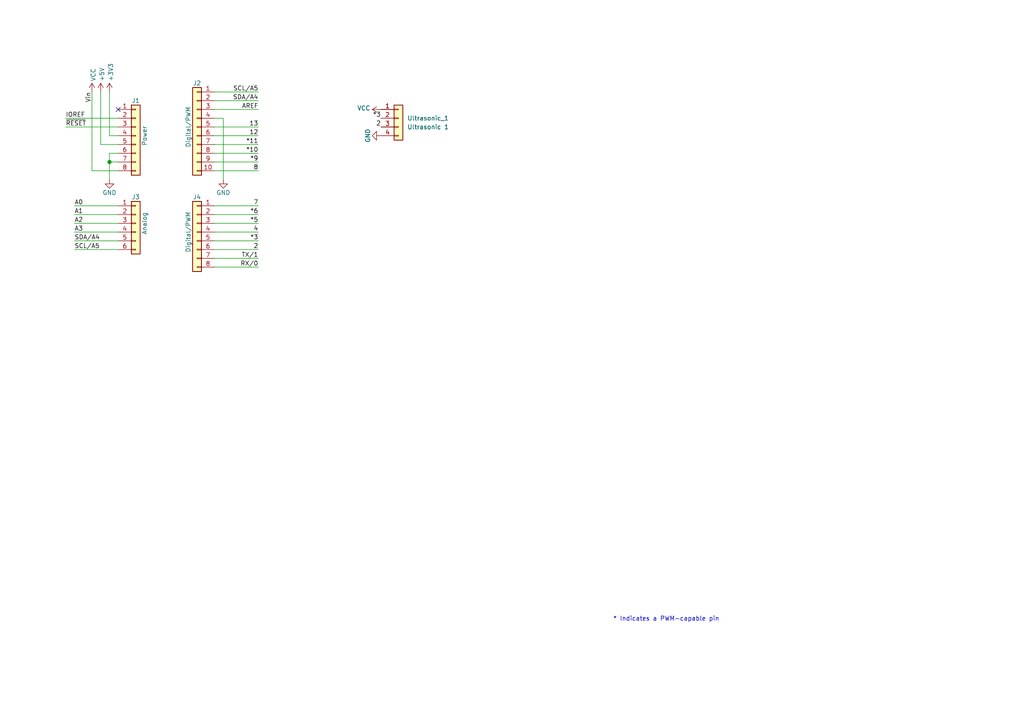
<source format=kicad_sch>
(kicad_sch (version 20231120) (generator "eeschema") (generator_version "8.0")
  (paper "A4")
  (title_block (date "mar. 31 mars 2015"))
  (lib_symbols
    (symbol "Connector_Generic:Conn_01x04" (pin_names (offset 1.016) hide)
      (property "Reference" "J" (at 0 5.08 0))
      (property "Value" "Conn_01x04" (at 0 -7.62 0))
      (symbol "Conn_01x04_1_1"
        (rectangle (start -1.27 -4.953) (end 0 -5.207) (stroke (width 0.1524)))
        (rectangle (start -1.27 -2.413) (end 0 -2.667) (stroke (width 0.1524)))
        (rectangle (start -1.27 0.127) (end 0 -0.127) (stroke (width 0.1524)))
        (rectangle (start -1.27 2.667) (end 0 2.413) (stroke (width 0.1524)))
        (rectangle (start -1.27 3.81) (end 1.27 -6.35) (stroke (width 0.254)) (fill (type background)))
        (pin passive line (at -5.08 2.54 0) (length 3.81) (name "Pin_1") (number "1"))
        (pin passive line (at -5.08 0 0) (length 3.81) (name "Pin_2") (number "2"))
        (pin passive line (at -5.08 -2.54 0) (length 3.81) (name "Pin_3") (number "3"))
        (pin passive line (at -5.08 -5.08 0) (length 3.81) (name "Pin_4") (number "4"))
      )
    )
    (symbol "Connector_Generic:Conn_01x06" (pin_names (offset 1.016) hide)
      (property "Reference" "J" (at 0 7.62 0))
      (property "Value" "Conn_01x06" (at 0 -10.16 0))
      (symbol "Conn_01x06_1_1"
        (rectangle (start -1.27 -7.493) (end 0 -7.747) (stroke (width 0.1524)))
        (rectangle (start -1.27 -4.953) (end 0 -5.207) (stroke (width 0.1524)))
        (rectangle (start -1.27 -2.413) (end 0 -2.667) (stroke (width 0.1524)))
        (rectangle (start -1.27 0.127) (end 0 -0.127) (stroke (width 0.1524)))
        (rectangle (start -1.27 2.667) (end 0 2.413) (stroke (width 0.1524)))
        (rectangle (start -1.27 5.207) (end 0 4.953) (stroke (width 0.1524)))
        (rectangle (start -1.27 6.35) (end 1.27 -8.89) (stroke (width 0.254)) (fill (type background)))
        (pin passive line (at -5.08 5.08 0) (length 3.81) (name "Pin_1") (number "1"))
        (pin passive line (at -5.08 2.54 0) (length 3.81) (name "Pin_2") (number "2"))
        (pin passive line (at -5.08 0 0) (length 3.81) (name "Pin_3") (number "3"))
        (pin passive line (at -5.08 -2.54 0) (length 3.81) (name "Pin_4") (number "4"))
        (pin passive line (at -5.08 -5.08 0) (length 3.81) (name "Pin_5") (number "5"))
        (pin passive line (at -5.08 -7.62 0) (length 3.81) (name "Pin_6") (number "6"))
      )
    )
    (symbol "Connector_Generic:Conn_01x08" (pin_names (offset 1.016) hide)
      (property "Reference" "J" (at 0 10.16 0))
      (property "Value" "Conn_01x08" (at 0 -12.7 0))
      (symbol "Conn_01x08_1_1"
        (rectangle (start -1.27 -10.033) (end 0 -10.287) (stroke (width 0.1524)))
        (rectangle (start -1.27 -7.493) (end 0 -7.747) (stroke (width 0.1524)))
        (rectangle (start -1.27 -4.953) (end 0 -5.207) (stroke (width 0.1524)))
        (rectangle (start -1.27 -2.413) (end 0 -2.667) (stroke (width 0.1524)))
        (rectangle (start -1.27 0.127) (end 0 -0.127) (stroke (width 0.1524)))
        (rectangle (start -1.27 2.667) (end 0 2.413) (stroke (width 0.1524)))
        (rectangle (start -1.27 5.207) (end 0 4.953) (stroke (width 0.1524)))
        (rectangle (start -1.27 7.747) (end 0 7.493) (stroke (width 0.1524)))
        (rectangle (start -1.27 8.89) (end 1.27 -11.43) (stroke (width 0.254)) (fill (type background)))
        (pin passive line (at -5.08 7.62 0) (length 3.81) (name "Pin_1") (number "1"))
        (pin passive line (at -5.08 5.08 0) (length 3.81) (name "Pin_2") (number "2"))
        (pin passive line (at -5.08 2.54 0) (length 3.81) (name "Pin_3") (number "3"))
        (pin passive line (at -5.08 0 0) (length 3.81) (name "Pin_4") (number "4"))
        (pin passive line (at -5.08 -2.54 0) (length 3.81) (name "Pin_5") (number "5"))
        (pin passive line (at -5.08 -5.08 0) (length 3.81) (name "Pin_6") (number "6"))
        (pin passive line (at -5.08 -7.62 0) (length 3.81) (name "Pin_7") (number "7"))
        (pin passive line (at -5.08 -10.16 0) (length 3.81) (name "Pin_8") (number "8"))
      )
    )
    (symbol "Connector_Generic:Conn_01x10" (pin_names (offset 1.016) hide)
      (property "Reference" "J" (at 0 12.7 0))
      (property "Value" "Conn_01x10" (at 0 -15.24 0))
      (symbol "Conn_01x10_1_1"
        (rectangle (start -1.27 -12.573) (end 0 -12.827) (stroke (width 0.1524)))
        (rectangle (start -1.27 -10.033) (end 0 -10.287) (stroke (width 0.1524)))
        (rectangle (start -1.27 -7.493) (end 0 -7.747) (stroke (width 0.1524)))
        (rectangle (start -1.27 -4.953) (end 0 -5.207) (stroke (width 0.1524)))
        (rectangle (start -1.27 -2.413) (end 0 -2.667) (stroke (width 0.1524)))
        (rectangle (start -1.27 0.127) (end 0 -0.127) (stroke (width 0.1524)))
        (rectangle (start -1.27 2.667) (end 0 2.413) (stroke (width 0.1524)))
        (rectangle (start -1.27 5.207) (end 0 4.953) (stroke (width 0.1524)))
        (rectangle (start -1.27 7.747) (end 0 7.493) (stroke (width 0.1524)))
        (rectangle (start -1.27 10.287) (end 0 10.033) (stroke (width 0.1524)))
        (rectangle (start -1.27 11.43) (end 1.27 -13.97) (stroke (width 0.254)) (fill (type background)))
        (pin passive line (at -5.08 10.16 0) (length 3.81) (name "Pin_1") (number "1"))
        (pin passive line (at -5.08 -12.7 0) (length 3.81) (name "Pin_10") (number "10"))
        (pin passive line (at -5.08 7.62 0) (length 3.81) (name "Pin_2") (number "2"))
        (pin passive line (at -5.08 5.08 0) (length 3.81) (name "Pin_3") (number "3"))
        (pin passive line (at -5.08 2.54 0) (length 3.81) (name "Pin_4") (number "4"))
        (pin passive line (at -5.08 0 0) (length 3.81) (name "Pin_5") (number "5"))
        (pin passive line (at -5.08 -2.54 0) (length 3.81) (name "Pin_6") (number "6"))
        (pin passive line (at -5.08 -5.08 0) (length 3.81) (name "Pin_7") (number "7"))
        (pin passive line (at -5.08 -7.62 0) (length 3.81) (name "Pin_8") (number "8"))
        (pin passive line (at -5.08 -10.16 0) (length 3.81) (name "Pin_9") (number "9"))
      )
    )
    (symbol "power:+3V3" (power) (pin_names (offset 0))
      (property "Value" "+3V3" (at 0 3.556 0))
      (symbol "+3V3_0_1"
        (polyline (pts (xy -0.762 1.27) (xy 0 2.54)))
        (polyline (pts (xy 0 0) (xy 0 2.54)))
        (polyline (pts (xy 0 2.54) (xy 0.762 1.27)))
      )
      (symbol "+3V3_1_1"
        (pin power_in line (at 0 0 90) (length 0) hide (name "+3V3") (number "1"))
      )
    )
    (symbol "power:+5V" (power) (pin_names (offset 0))
      (property "Value" "+5V" (at 0 3.556 0))
      (symbol "+5V_0_1"
        (polyline (pts (xy -0.762 1.27) (xy 0 2.54)))
        (polyline (pts (xy 0 0) (xy 0 2.54)))
        (polyline (pts (xy 0 2.54) (xy 0.762 1.27)))
      )
      (symbol "+5V_1_1"
        (pin power_in line (at 0 0 90) (length 0) hide (name "+5V") (number "1"))
      )
    )
    (symbol "power:GND" (power) (pin_names (offset 0))
      (property "Value" "GND" (at 0 -3.81 0))
      (symbol "GND_0_1"
        (polyline (pts (xy 0 0) (xy 0 -1.27) (xy 1.27 -1.27) (xy 0 -2.54) (xy -1.27 -1.27) (xy 0 -1.27)))
      )
      (symbol "GND_1_1"
        (pin power_in line (at 0 0 270) (length 0) hide (name "GND") (number "1"))
      )
    )
    (symbol "power:VCC" (power) (pin_names (offset 0))
      (property "Value" "VCC" (at 0 3.81 0))
      (symbol "VCC_0_1"
        (polyline (pts (xy -0.762 1.27) (xy 0 2.54)))
        (polyline (pts (xy 0 0) (xy 0 2.54)))
        (polyline (pts (xy 0 2.54) (xy 0.762 1.27)))
      )
      (symbol "VCC_1_1"
        (pin power_in line (at 0 0 90) (length 0) hide (name "VCC") (number "1"))
      )
    )
  )
  (junction (at 31.75 46.99) (diameter 1.016))
  (no_connect (at 34.29 31.75))
  (wire (pts (xy 62.23 77.47) (xy 74.93 77.47)))
  (wire (pts (xy 62.23 44.45) (xy 74.93 44.45)))
  (wire (pts (xy 62.23 26.67) (xy 74.93 26.67)))
  (wire (pts (xy 31.75 44.45) (xy 31.75 46.99)))
  (wire (pts (xy 21.59 72.39) (xy 34.29 72.39)))
  (wire (pts (xy 31.75 46.99) (xy 31.75 52.07)))
  (wire (pts (xy 31.75 39.37) (xy 34.29 39.37)))
  (wire (pts (xy 29.21 41.91) (xy 34.29 41.91)))
  (wire (pts (xy 29.21 26.67) (xy 29.21 41.91)))
  (wire (pts (xy 62.23 36.83) (xy 74.93 36.83)))
  (wire (pts (xy 31.75 26.67) (xy 31.75 39.37)))
  (wire (pts (xy 62.23 59.69) (xy 74.93 59.69)))
  (wire (pts (xy 34.29 59.69) (xy 21.59 59.69)))
  (wire (pts (xy 62.23 39.37) (xy 74.93 39.37)))
  (wire (pts (xy 62.23 62.23) (xy 74.93 62.23)))
  (wire (pts (xy 62.23 46.99) (xy 74.93 46.99)))
  (wire (pts (xy 62.23 67.31) (xy 74.93 67.31)))
  (wire (pts (xy 19.05 34.29) (xy 34.29 34.29)))
  (wire (pts (xy 64.77 34.29) (xy 64.77 52.07)))
  (wire (pts (xy 62.23 31.75) (xy 74.93 31.75)))
  (wire (pts (xy 34.29 64.77) (xy 21.59 64.77)))
  (wire (pts (xy 19.05 36.83) (xy 34.29 36.83)))
  (wire (pts (xy 34.29 46.99) (xy 31.75 46.99)))
  (wire (pts (xy 34.29 49.53) (xy 26.67 49.53)))
  (wire (pts (xy 21.59 62.23) (xy 34.29 62.23)))
  (wire (pts (xy 62.23 34.29) (xy 64.77 34.29)))
  (wire (pts (xy 34.29 44.45) (xy 31.75 44.45)))
  (wire (pts (xy 62.23 41.91) (xy 74.93 41.91)))
  (wire (pts (xy 62.23 64.77) (xy 74.93 64.77)))
  (wire (pts (xy 21.59 67.31) (xy 34.29 67.31)))
  (wire (pts (xy 62.23 29.21) (xy 74.93 29.21)))
  (wire (pts (xy 62.23 72.39) (xy 74.93 72.39)))
  (wire (pts (xy 62.23 69.85) (xy 74.93 69.85)))
  (wire (pts (xy 62.23 74.93) (xy 74.93 74.93)))
  (wire (pts (xy 26.67 49.53) (xy 26.67 26.67)))
  (wire (pts (xy 34.29 69.85) (xy 21.59 69.85)))
  (wire (pts (xy 62.23 49.53) (xy 74.93 49.53)))
  (text "* Indicates a PWM-capable pin" (at 177.8 180.34 0) (effects (font (size 1.27 1.27)) (justify left bottom)))
  (label "RX{slash}0" (at 74.93 77.47 180))
  (label "A2" (at 21.59 64.77 0))
  (label "4" (at 74.93 67.31 180))
  (label "2" (at 74.93 72.39 180))
  (label "A3" (at 21.59 67.31 0))
  (label "13" (at 74.93 36.83 180))
  (label "12" (at 74.93 39.37 180))
  (label "~{RESET}" (at 19.05 36.83 0))
  (label "*10" (at 74.93 44.45 180))
  (label "*3" (at 110.49 34.29 180))
  (label "2" (at 110.49 36.83 180))
  (label "7" (at 74.93 59.69 180))
  (label "SDA{slash}A4" (at 74.93 29.21 180))
  (label "8" (at 74.93 49.53 180))
  (label "*11" (at 74.93 41.91 180))
  (label "*3" (at 74.93 69.85 180))
  (label "A1" (at 21.59 62.23 0))
  (label "TX{slash}1" (at 74.93 74.93 180))
  (label "A0" (at 21.59 59.69 0))
  (label "AREF" (at 74.93 31.75 180))
  (label "Vin" (at 26.67 26.67 270))
  (label "*6" (at 74.93 62.23 180))
  (label "SCL{slash}A5" (at 74.93 26.67 180))
  (label "*9" (at 74.93 46.99 180))
  (label "*5" (at 74.93 64.77 180))
  (label "IOREF" (at 19.05 34.29 0))
  (label "SDA{slash}A4" (at 21.59 69.85 0))
  (label "SCL{slash}A5" (at 21.59 72.39 0))
  (symbol (lib_id "Connector_Generic:Conn_01x08") (at 39.37 39.37 0) (unit 1)
    (property "Reference" "J1" (at 39.37 29.21 0))
    (property "Value" "Power" (at 41.91 39.37 90))
    (property "Footprint" "Connector_PinSocket_2.54mm:PinSocket_1x08_P2.54mm_Vertical" (effects (hide yes)))
  )
  (symbol (lib_id "power:+3V3") (at 31.75 26.67 0) (unit 1)
    (property "Reference" "#PWR03" (effects (hide yes)))
    (property "Value" "+3V3" (at 32.131 23.622 90) (effects (justify left)))
  )
  (symbol (lib_id "power:+5V") (at 29.21 26.67 0) (unit 1)
    (property "Reference" "#PWR02" (effects (hide yes)))
    (property "Value" "+5V" (at 29.5656 23.622 90) (effects (justify left)))
  )
  (symbol (lib_id "power:GND") (at 31.75 52.07 0) (unit 1)
    (property "Reference" "#PWR04" (effects (hide yes)))
    (property "Value" "GND" (at 31.75 55.88 0))
  )
  (symbol (lib_id "Connector_Generic:Conn_01x10") (at 57.15 36.83 0) (mirror y) (unit 1)
    (property "Reference" "J2" (at 57.15 24.13 0))
    (property "Value" "Digital/PWM" (at 54.61 36.83 90))
    (property "Footprint" "Connector_PinSocket_2.54mm:PinSocket_1x10_P2.54mm_Vertical" (effects (hide yes)))
  )
  (symbol (lib_id "power:GND") (at 64.77 52.07 0) (unit 1)
    (property "Reference" "#PWR05" (effects (hide yes)))
    (property "Value" "GND" (at 64.77 55.88 0))
  )
  (symbol (lib_id "Connector_Generic:Conn_01x06") (at 39.37 64.77 0) (unit 1)
    (property "Reference" "J3" (at 39.37 57.15 0))
    (property "Value" "Analog" (at 41.91 64.77 90))
    (property "Footprint" "Connector_PinSocket_2.54mm:PinSocket_1x06_P2.54mm_Vertical" (effects (hide yes)))
  )
  (symbol (lib_id "Connector_Generic:Conn_01x08") (at 57.15 67.31 0) (mirror y) (unit 1)
    (property "Reference" "J4" (at 57.15 57.15 0))
    (property "Value" "Digital/PWM" (at 54.61 67.31 90))
    (property "Footprint" "Connector_PinSocket_2.54mm:PinSocket_1x08_P2.54mm_Vertical" (effects (hide yes)))
  )
  (symbol (lib_id "power:VCC") (at 110.49 31.75 90) (unit 1)
    (property "Reference" "#PWR06" (effects (hide yes)))
    (property "Value" "VCC" (at 107.442 31.369 90) (effects (justify left)))
  )
  (symbol (lib_id "Connector_Generic:Conn_01x04") (at 115.57 34.29 0) (unit 1)
    (property "Reference" "Ultrasonic_1" (at 118.11 34.2899 0) (effects (justify left)))
    (property "Value" "Ultrasonic 1" (at 118.11 36.8299 0) (effects (justify left)))
    (property "Footprint" "Connector_JST:JST_XH_B4B-XH-A_1x04_P2.50mm_Vertical" (effects (hide yes)))
    (property "Description" "Generic connector, single row, 01x04, script generated (kicad-library-utils/schlib/autogen/connector/)" (effects (hide yes)))
  )
  (symbol (lib_id "power:VCC") (at 26.67 26.67 0) (unit 1)
    (property "Reference" "#PWR01" (effects (hide yes)))
    (property "Value" "VCC" (at 27.051 23.622 90) (effects (justify left)))
  )
  (symbol (lib_id "power:GND") (at 110.49 39.37 270) (unit 1)
    (property "Reference" "#PWR07" (effects (hide yes)))
    (property "Value" "GND" (at 106.68 39.37 0))
  )
)
</source>
